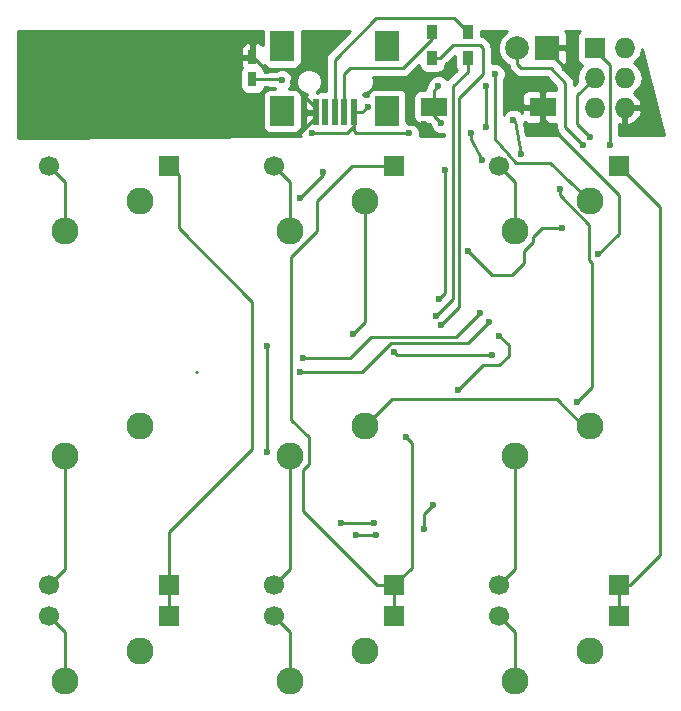
<source format=gbr>
G04 #@! TF.FileFunction,Copper,L1,Top,Signal*
%FSLAX46Y46*%
G04 Gerber Fmt 4.6, Leading zero omitted, Abs format (unit mm)*
G04 Created by KiCad (PCBNEW 4.0.2-stable) date 4/25/2016 1:55:35 PM*
%MOMM*%
G01*
G04 APERTURE LIST*
%ADD10C,0.100000*%
%ADD11C,2.286000*%
%ADD12R,0.500380X2.301240*%
%ADD13R,1.998980X2.499360*%
%ADD14C,1.699260*%
%ADD15R,1.699260X1.699260*%
%ADD16R,2.000000X2.000000*%
%ADD17C,2.000000*%
%ADD18R,0.900000X1.200000*%
%ADD19R,2.180000X1.600000*%
%ADD20R,1.727200X1.727200*%
%ADD21O,1.727200X1.727200*%
%ADD22R,0.750000X1.200000*%
%ADD23C,0.600000*%
%ADD24C,0.250000*%
%ADD25C,0.254000*%
G04 APERTURE END LIST*
D10*
D11*
X72540000Y-113970000D03*
X66190000Y-116510000D03*
D12*
X90600200Y-87449320D03*
X89800100Y-87449320D03*
X89000000Y-87449320D03*
X88199900Y-87449320D03*
X87399800Y-87449320D03*
D13*
X93450080Y-87350260D03*
X93450080Y-81851160D03*
X84549920Y-87350260D03*
X84549920Y-81851160D03*
D14*
X64839480Y-92002540D03*
D15*
X74999480Y-92002540D03*
D14*
X64839480Y-127502540D03*
D15*
X74999480Y-127502540D03*
D14*
X64839480Y-130102540D03*
D15*
X74999480Y-130102540D03*
D14*
X83889480Y-92002540D03*
D15*
X94049480Y-92002540D03*
D14*
X83889480Y-127502540D03*
D15*
X94049480Y-127502540D03*
D14*
X83889480Y-130102540D03*
D15*
X94049480Y-130102540D03*
D14*
X102939480Y-92002540D03*
D15*
X113099480Y-92002540D03*
D14*
X102939480Y-127502540D03*
D15*
X113099480Y-127502540D03*
D14*
X102939480Y-130102540D03*
D15*
X113099480Y-130102540D03*
D16*
X107000000Y-82000000D03*
D17*
X104460000Y-82000000D03*
D18*
X97250000Y-82850000D03*
X97250000Y-80650000D03*
X100250000Y-82850000D03*
X100250000Y-80650000D03*
D11*
X72540000Y-94920000D03*
X66190000Y-97460000D03*
X72540000Y-133020000D03*
X66190000Y-135560000D03*
X91590000Y-94920000D03*
X85240000Y-97460000D03*
X91590000Y-113970000D03*
X85240000Y-116510000D03*
X91590000Y-133020000D03*
X85240000Y-135560000D03*
X110640000Y-94920000D03*
X104290000Y-97460000D03*
X110640000Y-113970000D03*
X104290000Y-116510000D03*
X110640000Y-133020000D03*
X104290000Y-135560000D03*
D19*
X106602430Y-87002320D03*
X97397570Y-86997680D03*
D20*
X111000000Y-82000000D03*
D21*
X113540000Y-82000000D03*
X111000000Y-84540000D03*
X113540000Y-84540000D03*
X111000000Y-87080000D03*
X113540000Y-87080000D03*
D22*
X82030509Y-82769491D03*
X82030509Y-84669491D03*
D23*
X86030509Y-109469491D03*
X102030509Y-105219491D03*
X83280509Y-107219491D03*
X83280509Y-116219491D03*
X90780509Y-123219491D03*
X92530509Y-123219491D03*
X96530509Y-122719491D03*
X97280509Y-120719491D03*
X83280509Y-83969491D03*
X83280509Y-85469491D03*
X102930509Y-106369491D03*
X99430509Y-110969491D03*
X108530509Y-83719491D03*
X107030509Y-85219491D03*
X86780509Y-83219491D03*
X94280509Y-84969491D03*
X96530509Y-88469491D03*
X104030509Y-86469491D03*
X111280509Y-99469491D03*
X86280509Y-108219491D03*
X101280509Y-104469491D03*
X92280509Y-122219491D03*
X89530509Y-122219491D03*
X95030509Y-114969491D03*
X110030509Y-90219491D03*
X98030509Y-105469491D03*
X97530509Y-104719491D03*
X98030509Y-88369491D03*
X104130509Y-88069491D03*
X104730509Y-90969491D03*
X101780509Y-88719491D03*
X101780509Y-85219491D03*
X97780509Y-85219491D03*
X90530509Y-106219491D03*
X102530509Y-84219491D03*
X88030509Y-92469491D03*
X86030509Y-94719491D03*
X97830509Y-103269491D03*
X98330509Y-92369491D03*
X110630509Y-89569491D03*
X112280509Y-90219491D03*
X108280509Y-97219491D03*
X100280509Y-99219491D03*
X84530509Y-84719491D03*
X91780509Y-86969491D03*
X95280509Y-89219491D03*
X100530509Y-89219491D03*
X101430509Y-91469491D03*
X87030509Y-89219491D03*
X94030509Y-107719491D03*
X102280509Y-107969491D03*
X108030509Y-93969491D03*
X109530509Y-111969491D03*
D24*
X77330509Y-109419491D02*
X77280509Y-109469491D01*
X91280509Y-109469491D02*
X86030509Y-109469491D01*
X93780509Y-106969491D02*
X91280509Y-109469491D01*
X100280509Y-106969491D02*
X93780509Y-106969491D01*
X102030509Y-105219491D02*
X100280509Y-106969491D01*
X83280509Y-116219491D02*
X83280509Y-107219491D01*
X92530509Y-123219491D02*
X90780509Y-123219491D01*
X96530509Y-121469491D02*
X96530509Y-122719491D01*
X97280509Y-120719491D02*
X96530509Y-121469491D01*
X87399800Y-87449320D02*
X87399800Y-87850200D01*
X87399800Y-87850200D02*
X86030509Y-89219491D01*
X83280509Y-83969491D02*
X82080509Y-82769491D01*
X82030509Y-86719491D02*
X83280509Y-85469491D01*
X82030509Y-88219491D02*
X82030509Y-86719491D01*
X83030509Y-89219491D02*
X82030509Y-88219491D01*
X86030509Y-89219491D02*
X83030509Y-89219491D01*
X82080509Y-82769491D02*
X82030509Y-82769491D01*
X103730509Y-107169491D02*
X102930509Y-106369491D01*
X103730509Y-108069491D02*
X103730509Y-107169491D01*
X102930509Y-108869491D02*
X103730509Y-108069491D01*
X101530509Y-108869491D02*
X102930509Y-108869491D01*
X99430509Y-110969491D02*
X101530509Y-108869491D01*
X106602430Y-87002320D02*
X106602430Y-85647570D01*
X108530509Y-83719491D02*
X107000000Y-82188982D01*
X106602430Y-85647570D02*
X107030509Y-85219491D01*
X107000000Y-82188982D02*
X107000000Y-82000000D01*
X106602430Y-87002320D02*
X104563338Y-87002320D01*
X85280509Y-84969491D02*
X87399800Y-87088782D01*
X85280509Y-84719491D02*
X85280509Y-84969491D01*
X86780509Y-83219491D02*
X85280509Y-84719491D01*
X95030509Y-85719491D02*
X94280509Y-84969491D01*
X95030509Y-88219491D02*
X95030509Y-85719491D01*
X95280509Y-88469491D02*
X95030509Y-88219491D01*
X96530509Y-88469491D02*
X95280509Y-88469491D01*
X104563338Y-87002320D02*
X104030509Y-86469491D01*
X87399800Y-87088782D02*
X87399800Y-87449320D01*
X106602430Y-87002320D02*
X106602430Y-88041412D01*
X106602430Y-88041412D02*
X113030509Y-94469491D01*
X113030509Y-94469491D02*
X113030509Y-97719491D01*
X113030509Y-97719491D02*
X111280509Y-99469491D01*
X90280509Y-108219491D02*
X86280509Y-108219491D01*
X92030509Y-106469491D02*
X90280509Y-108219491D01*
X99280509Y-106469491D02*
X92030509Y-106469491D01*
X101280509Y-104469491D02*
X99280509Y-106469491D01*
X66190000Y-97460000D02*
X66190000Y-93353060D01*
X66190000Y-93353060D02*
X64839480Y-92002540D01*
X74999480Y-127502540D02*
X74999480Y-123000520D01*
X75780509Y-97219491D02*
X75780509Y-92783569D01*
X82030509Y-103469491D02*
X75780509Y-97219491D01*
X82030509Y-115969491D02*
X82030509Y-103469491D01*
X74999480Y-123000520D02*
X82030509Y-115969491D01*
X75780509Y-92783569D02*
X74999480Y-92002540D01*
X89530509Y-122219491D02*
X92280509Y-122219491D01*
X74999480Y-130102540D02*
X74999480Y-127502540D01*
X66190000Y-116510000D02*
X66190000Y-126152020D01*
X66190000Y-126152020D02*
X64839480Y-127502540D01*
X66190000Y-135560000D02*
X66190000Y-131453060D01*
X66190000Y-131453060D02*
X64839480Y-130102540D01*
X85240000Y-97460000D02*
X85240000Y-93353060D01*
X85240000Y-93353060D02*
X83889480Y-92002540D01*
X95030509Y-114969491D02*
X95530509Y-115469491D01*
X95530509Y-115469491D02*
X95530509Y-126021511D01*
X95530509Y-126021511D02*
X94049480Y-127502540D01*
X94049480Y-127502540D02*
X92563558Y-127502540D01*
X90497460Y-92002540D02*
X94049480Y-92002540D01*
X87530509Y-94969491D02*
X90497460Y-92002540D01*
X87530509Y-97469491D02*
X87530509Y-94969491D01*
X85280509Y-99719491D02*
X87530509Y-97469491D01*
X85280509Y-113469491D02*
X85280509Y-99719491D01*
X86780509Y-114969491D02*
X85280509Y-113469491D01*
X86780509Y-117219491D02*
X86780509Y-114969491D01*
X86280509Y-117719491D02*
X86780509Y-117219491D01*
X86280509Y-121219491D02*
X86280509Y-117719491D01*
X92563558Y-127502540D02*
X86280509Y-121219491D01*
X94049480Y-130102540D02*
X94049480Y-127502540D01*
X85240000Y-116510000D02*
X85240000Y-126152020D01*
X85240000Y-126152020D02*
X83889480Y-127502540D01*
X85240000Y-135560000D02*
X85240000Y-131453060D01*
X85240000Y-131453060D02*
X83889480Y-130102540D01*
X104290000Y-97460000D02*
X104290000Y-93353060D01*
X104290000Y-93353060D02*
X102939480Y-92002540D01*
X113099480Y-127502540D02*
X113997460Y-127502540D01*
X116530509Y-95433569D02*
X113099480Y-92002540D01*
X116530509Y-124969491D02*
X116530509Y-95433569D01*
X113997460Y-127502540D02*
X116530509Y-124969491D01*
X113099480Y-130102540D02*
X113099480Y-127502540D01*
X104290000Y-116510000D02*
X104290000Y-126152020D01*
X104290000Y-126152020D02*
X102939480Y-127502540D01*
X104290000Y-135560000D02*
X104290000Y-131453060D01*
X104290000Y-131453060D02*
X102939480Y-130102540D01*
X104460000Y-83398982D02*
X104460000Y-82000000D01*
X104780509Y-83719491D02*
X104460000Y-83398982D01*
X107280509Y-83719491D02*
X104780509Y-83719491D01*
X108530509Y-84969491D02*
X107280509Y-83719491D01*
X108530509Y-88719491D02*
X108530509Y-84969491D01*
X110030509Y-90219491D02*
X108530509Y-88719491D01*
X97250000Y-80650000D02*
X97250000Y-81250000D01*
X97250000Y-81250000D02*
X94780509Y-83719491D01*
X94780509Y-83719491D02*
X90280509Y-83719491D01*
X90280509Y-83719491D02*
X89800100Y-84199900D01*
X89800100Y-84199900D02*
X89800100Y-87449320D01*
X89000000Y-87449320D02*
X89000000Y-83000000D01*
X99069491Y-79469491D02*
X100250000Y-80650000D01*
X92530509Y-79469491D02*
X99069491Y-79469491D01*
X89000000Y-83000000D02*
X92530509Y-79469491D01*
X97250000Y-82850000D02*
X97900000Y-82850000D01*
X99530509Y-103969491D02*
X98030509Y-105469491D01*
X99530509Y-86219491D02*
X99530509Y-103969491D01*
X101530509Y-84219491D02*
X99530509Y-86219491D01*
X101530509Y-81969491D02*
X101530509Y-84219491D01*
X101280509Y-81719491D02*
X101530509Y-81969491D01*
X99030509Y-81719491D02*
X101280509Y-81719491D01*
X97900000Y-82850000D02*
X99030509Y-81719491D01*
X100250000Y-82850000D02*
X100250000Y-84000000D01*
X99030509Y-103219491D02*
X97530509Y-104719491D01*
X99030509Y-85219491D02*
X99030509Y-103219491D01*
X100250000Y-84000000D02*
X99030509Y-85219491D01*
X104130509Y-88069491D02*
X104230509Y-88169491D01*
X104230509Y-88169491D02*
X104730509Y-90969491D01*
X97397570Y-87736552D02*
X98030509Y-88369491D01*
X101780509Y-85219491D02*
X101780509Y-88719491D01*
X97397570Y-85602430D02*
X97780509Y-85219491D01*
X97397570Y-86997680D02*
X97397570Y-87736552D01*
X97397570Y-86997680D02*
X97397570Y-85602430D01*
X90530509Y-106219491D02*
X91590000Y-105160000D01*
X91590000Y-105160000D02*
X91590000Y-94920000D01*
X107239491Y-91719491D02*
X110640000Y-94920000D01*
X104330509Y-91719491D02*
X107239491Y-91719491D01*
X102530509Y-89719491D02*
X104330509Y-91719491D01*
X102530509Y-84219491D02*
X102530509Y-89719491D01*
X88030509Y-92719491D02*
X88030509Y-92469491D01*
X86030509Y-94719491D02*
X88030509Y-92719491D01*
X110640000Y-113970000D02*
X110031018Y-113970000D01*
X110031018Y-113970000D02*
X107780509Y-111719491D01*
X107780509Y-111719491D02*
X93840509Y-111719491D01*
X93840509Y-111719491D02*
X91590000Y-113970000D01*
X97830509Y-103269491D02*
X98330509Y-102769491D01*
X98330509Y-102769491D02*
X98330509Y-92369491D01*
X110630509Y-89569491D02*
X109530509Y-88469491D01*
X109530509Y-88469491D02*
X109530509Y-86009491D01*
X109530509Y-86009491D02*
X111000000Y-84540000D01*
X111000000Y-82000000D02*
X111000000Y-82188982D01*
X111000000Y-82188982D02*
X112280509Y-83469491D01*
X112280509Y-83469491D02*
X112280509Y-90219491D01*
X108280509Y-97219491D02*
X106530509Y-97219491D01*
X106530509Y-97219491D02*
X105780509Y-97969491D01*
X105780509Y-97969491D02*
X105780509Y-98469491D01*
X105780509Y-98469491D02*
X105030509Y-99219491D01*
X105030509Y-99219491D02*
X105030509Y-100219491D01*
X105030509Y-100219491D02*
X104030509Y-101219491D01*
X104030509Y-101219491D02*
X102280509Y-101219491D01*
X102280509Y-101219491D02*
X100280509Y-99219491D01*
X90600200Y-87449320D02*
X91300680Y-87449320D01*
X84480509Y-84669491D02*
X82030509Y-84669491D01*
X84530509Y-84719491D02*
X84480509Y-84669491D01*
X91300680Y-87449320D02*
X91780509Y-86969491D01*
X90600200Y-89039182D02*
X90600200Y-87449320D01*
X90780509Y-89219491D02*
X90600200Y-89039182D01*
X95280509Y-89219491D02*
X90780509Y-89219491D01*
X100530509Y-89719491D02*
X100530509Y-89219491D01*
X101430509Y-91469491D02*
X100530509Y-89719491D01*
X90600200Y-88649800D02*
X90600200Y-87449320D01*
X90030509Y-89219491D02*
X90600200Y-88649800D01*
X87030509Y-89219491D02*
X90030509Y-89219491D01*
X94030509Y-107719491D02*
X94280509Y-107969491D01*
X94280509Y-107969491D02*
X102280509Y-107969491D01*
X108030509Y-94469491D02*
X108030509Y-93969491D01*
X110530509Y-96969491D02*
X108030509Y-94469491D01*
X110530509Y-99969491D02*
X110530509Y-96969491D01*
X110780509Y-100219491D02*
X110530509Y-99969491D01*
X110780509Y-110719491D02*
X110780509Y-100219491D01*
X109530509Y-111969491D02*
X110780509Y-110719491D01*
D25*
G36*
X82902990Y-80601480D02*
X82902990Y-81768947D01*
X82765208Y-81631164D01*
X82531819Y-81534491D01*
X82316259Y-81534491D01*
X82157509Y-81693241D01*
X82157509Y-82642491D01*
X82177509Y-82642491D01*
X82177509Y-82896491D01*
X82157509Y-82896491D01*
X82157509Y-82916491D01*
X81903509Y-82916491D01*
X81903509Y-82896491D01*
X81179259Y-82896491D01*
X81020509Y-83055241D01*
X81020509Y-83495800D01*
X81117182Y-83729189D01*
X81118552Y-83730559D01*
X81059078Y-83817601D01*
X81008069Y-84069491D01*
X81008069Y-85269491D01*
X81052347Y-85504808D01*
X81191419Y-85720932D01*
X81403619Y-85865922D01*
X81655509Y-85916931D01*
X82405509Y-85916931D01*
X82640826Y-85872653D01*
X82856950Y-85733581D01*
X83001940Y-85521381D01*
X83020548Y-85429491D01*
X83918133Y-85429491D01*
X83941741Y-85453140D01*
X83550430Y-85453140D01*
X83315113Y-85497418D01*
X83098989Y-85636490D01*
X82953999Y-85848690D01*
X82902990Y-86100580D01*
X82902990Y-88599940D01*
X82947268Y-88835257D01*
X83086340Y-89051381D01*
X83298540Y-89196371D01*
X83550430Y-89247380D01*
X85549410Y-89247380D01*
X85784727Y-89203102D01*
X86000851Y-89064030D01*
X86145841Y-88851830D01*
X86196850Y-88599940D01*
X86196850Y-86100580D01*
X86152572Y-85865263D01*
X86013500Y-85649139D01*
X85801300Y-85504149D01*
X85549410Y-85453140D01*
X85119024Y-85453140D01*
X85322701Y-85249818D01*
X85465347Y-84906290D01*
X85465671Y-84534324D01*
X85323626Y-84190548D01*
X85060836Y-83927299D01*
X84717308Y-83784653D01*
X84345342Y-83784329D01*
X84042426Y-83909491D01*
X83022843Y-83909491D01*
X83008671Y-83834174D01*
X82942180Y-83730845D01*
X82943836Y-83729189D01*
X83040509Y-83495800D01*
X83040509Y-83481058D01*
X83086340Y-83552281D01*
X83298540Y-83697271D01*
X83550430Y-83748280D01*
X85549410Y-83748280D01*
X85784727Y-83704002D01*
X86000851Y-83564930D01*
X86145841Y-83352730D01*
X86196850Y-83100840D01*
X86196850Y-80601480D01*
X86195911Y-80596491D01*
X90328707Y-80596491D01*
X88462599Y-82462599D01*
X88297852Y-82709161D01*
X88240000Y-83000000D01*
X88240000Y-85651260D01*
X87949710Y-85651260D01*
X87809816Y-85677583D01*
X87776300Y-85663700D01*
X87683645Y-85663700D01*
X87538845Y-85808500D01*
X87526802Y-85816249D01*
X87526802Y-85663700D01*
X87521308Y-85663700D01*
X87719286Y-85466067D01*
X87884751Y-85067583D01*
X87885128Y-84636110D01*
X87720358Y-84237337D01*
X87415527Y-83931974D01*
X87017043Y-83766509D01*
X86585570Y-83766132D01*
X86186797Y-83930902D01*
X85881434Y-84235733D01*
X85715969Y-84634217D01*
X85715592Y-85065690D01*
X85880362Y-85464463D01*
X86185193Y-85769826D01*
X86583677Y-85935291D01*
X86614967Y-85935318D01*
X86611283Y-85939002D01*
X86514610Y-86172391D01*
X86514610Y-87163570D01*
X86673360Y-87322320D01*
X87274705Y-87322320D01*
X87274705Y-87302320D01*
X87302270Y-87302320D01*
X87302270Y-87596320D01*
X87274705Y-87596320D01*
X87274705Y-87576320D01*
X86673360Y-87576320D01*
X86514610Y-87735070D01*
X86514610Y-88420984D01*
X86501566Y-88426374D01*
X86238317Y-88689164D01*
X86095671Y-89032692D01*
X86095347Y-89404658D01*
X86125322Y-89477203D01*
X62157509Y-89591881D01*
X62157509Y-82043182D01*
X81020509Y-82043182D01*
X81020509Y-82483741D01*
X81179259Y-82642491D01*
X81903509Y-82642491D01*
X81903509Y-81693241D01*
X81744759Y-81534491D01*
X81529199Y-81534491D01*
X81295810Y-81631164D01*
X81117182Y-81809793D01*
X81020509Y-82043182D01*
X62157509Y-82043182D01*
X62157509Y-80596491D01*
X82904000Y-80596491D01*
X82902990Y-80601480D01*
X82902990Y-80601480D01*
G37*
X82902990Y-80601480D02*
X82902990Y-81768947D01*
X82765208Y-81631164D01*
X82531819Y-81534491D01*
X82316259Y-81534491D01*
X82157509Y-81693241D01*
X82157509Y-82642491D01*
X82177509Y-82642491D01*
X82177509Y-82896491D01*
X82157509Y-82896491D01*
X82157509Y-82916491D01*
X81903509Y-82916491D01*
X81903509Y-82896491D01*
X81179259Y-82896491D01*
X81020509Y-83055241D01*
X81020509Y-83495800D01*
X81117182Y-83729189D01*
X81118552Y-83730559D01*
X81059078Y-83817601D01*
X81008069Y-84069491D01*
X81008069Y-85269491D01*
X81052347Y-85504808D01*
X81191419Y-85720932D01*
X81403619Y-85865922D01*
X81655509Y-85916931D01*
X82405509Y-85916931D01*
X82640826Y-85872653D01*
X82856950Y-85733581D01*
X83001940Y-85521381D01*
X83020548Y-85429491D01*
X83918133Y-85429491D01*
X83941741Y-85453140D01*
X83550430Y-85453140D01*
X83315113Y-85497418D01*
X83098989Y-85636490D01*
X82953999Y-85848690D01*
X82902990Y-86100580D01*
X82902990Y-88599940D01*
X82947268Y-88835257D01*
X83086340Y-89051381D01*
X83298540Y-89196371D01*
X83550430Y-89247380D01*
X85549410Y-89247380D01*
X85784727Y-89203102D01*
X86000851Y-89064030D01*
X86145841Y-88851830D01*
X86196850Y-88599940D01*
X86196850Y-86100580D01*
X86152572Y-85865263D01*
X86013500Y-85649139D01*
X85801300Y-85504149D01*
X85549410Y-85453140D01*
X85119024Y-85453140D01*
X85322701Y-85249818D01*
X85465347Y-84906290D01*
X85465671Y-84534324D01*
X85323626Y-84190548D01*
X85060836Y-83927299D01*
X84717308Y-83784653D01*
X84345342Y-83784329D01*
X84042426Y-83909491D01*
X83022843Y-83909491D01*
X83008671Y-83834174D01*
X82942180Y-83730845D01*
X82943836Y-83729189D01*
X83040509Y-83495800D01*
X83040509Y-83481058D01*
X83086340Y-83552281D01*
X83298540Y-83697271D01*
X83550430Y-83748280D01*
X85549410Y-83748280D01*
X85784727Y-83704002D01*
X86000851Y-83564930D01*
X86145841Y-83352730D01*
X86196850Y-83100840D01*
X86196850Y-80601480D01*
X86195911Y-80596491D01*
X90328707Y-80596491D01*
X88462599Y-82462599D01*
X88297852Y-82709161D01*
X88240000Y-83000000D01*
X88240000Y-85651260D01*
X87949710Y-85651260D01*
X87809816Y-85677583D01*
X87776300Y-85663700D01*
X87683645Y-85663700D01*
X87538845Y-85808500D01*
X87526802Y-85816249D01*
X87526802Y-85663700D01*
X87521308Y-85663700D01*
X87719286Y-85466067D01*
X87884751Y-85067583D01*
X87885128Y-84636110D01*
X87720358Y-84237337D01*
X87415527Y-83931974D01*
X87017043Y-83766509D01*
X86585570Y-83766132D01*
X86186797Y-83930902D01*
X85881434Y-84235733D01*
X85715969Y-84634217D01*
X85715592Y-85065690D01*
X85880362Y-85464463D01*
X86185193Y-85769826D01*
X86583677Y-85935291D01*
X86614967Y-85935318D01*
X86611283Y-85939002D01*
X86514610Y-86172391D01*
X86514610Y-87163570D01*
X86673360Y-87322320D01*
X87274705Y-87322320D01*
X87274705Y-87302320D01*
X87302270Y-87302320D01*
X87302270Y-87596320D01*
X87274705Y-87596320D01*
X87274705Y-87576320D01*
X86673360Y-87576320D01*
X86514610Y-87735070D01*
X86514610Y-88420984D01*
X86501566Y-88426374D01*
X86238317Y-88689164D01*
X86095671Y-89032692D01*
X86095347Y-89404658D01*
X86125322Y-89477203D01*
X62157509Y-89591881D01*
X62157509Y-82043182D01*
X81020509Y-82043182D01*
X81020509Y-82483741D01*
X81179259Y-82642491D01*
X81903509Y-82642491D01*
X81903509Y-81693241D01*
X81744759Y-81534491D01*
X81529199Y-81534491D01*
X81295810Y-81631164D01*
X81117182Y-81809793D01*
X81020509Y-82043182D01*
X62157509Y-82043182D01*
X62157509Y-80596491D01*
X82904000Y-80596491D01*
X82902990Y-80601480D01*
G36*
X99152560Y-83450000D02*
X99196838Y-83685317D01*
X99311575Y-83863623D01*
X98529177Y-84646021D01*
X98310836Y-84427299D01*
X97967308Y-84284653D01*
X97595342Y-84284329D01*
X97251566Y-84426374D01*
X96988317Y-84689164D01*
X96845671Y-85032692D01*
X96845624Y-85086797D01*
X96695422Y-85311591D01*
X96647951Y-85550240D01*
X96307570Y-85550240D01*
X96072253Y-85594518D01*
X95856129Y-85733590D01*
X95711139Y-85945790D01*
X95660130Y-86197680D01*
X95660130Y-87797680D01*
X95704408Y-88032997D01*
X95843480Y-88249121D01*
X96055680Y-88394111D01*
X96307570Y-88445120D01*
X97031336Y-88445120D01*
X97095387Y-88509171D01*
X97095347Y-88554658D01*
X97237392Y-88898434D01*
X97500182Y-89161683D01*
X97843710Y-89304329D01*
X98215676Y-89304653D01*
X98270509Y-89281997D01*
X98270509Y-89419092D01*
X96205929Y-89428970D01*
X96215347Y-89406290D01*
X96215671Y-89034324D01*
X96073626Y-88690548D01*
X95810836Y-88427299D01*
X95467308Y-88284653D01*
X95097010Y-88284330D01*
X95097010Y-86100580D01*
X95052732Y-85865263D01*
X94913660Y-85649139D01*
X94701460Y-85504149D01*
X94449570Y-85453140D01*
X92450590Y-85453140D01*
X92215273Y-85497418D01*
X91999149Y-85636490D01*
X91854159Y-85848690D01*
X91816527Y-86034522D01*
X91595342Y-86034329D01*
X91458708Y-86090785D01*
X91453552Y-86063383D01*
X91371345Y-85935630D01*
X91414430Y-85935668D01*
X91813203Y-85770898D01*
X92118566Y-85466067D01*
X92284031Y-85067583D01*
X92284408Y-84636110D01*
X92219694Y-84479491D01*
X94780509Y-84479491D01*
X95071348Y-84421639D01*
X95317910Y-84256892D01*
X96152560Y-83422242D01*
X96152560Y-83450000D01*
X96196838Y-83685317D01*
X96335910Y-83901441D01*
X96548110Y-84046431D01*
X96800000Y-84097440D01*
X97700000Y-84097440D01*
X97935317Y-84053162D01*
X98151441Y-83914090D01*
X98296431Y-83701890D01*
X98347440Y-83450000D01*
X98347440Y-83447511D01*
X98437401Y-83387401D01*
X99152560Y-82672242D01*
X99152560Y-83450000D01*
X99152560Y-83450000D01*
G37*
X99152560Y-83450000D02*
X99196838Y-83685317D01*
X99311575Y-83863623D01*
X98529177Y-84646021D01*
X98310836Y-84427299D01*
X97967308Y-84284653D01*
X97595342Y-84284329D01*
X97251566Y-84426374D01*
X96988317Y-84689164D01*
X96845671Y-85032692D01*
X96845624Y-85086797D01*
X96695422Y-85311591D01*
X96647951Y-85550240D01*
X96307570Y-85550240D01*
X96072253Y-85594518D01*
X95856129Y-85733590D01*
X95711139Y-85945790D01*
X95660130Y-86197680D01*
X95660130Y-87797680D01*
X95704408Y-88032997D01*
X95843480Y-88249121D01*
X96055680Y-88394111D01*
X96307570Y-88445120D01*
X97031336Y-88445120D01*
X97095387Y-88509171D01*
X97095347Y-88554658D01*
X97237392Y-88898434D01*
X97500182Y-89161683D01*
X97843710Y-89304329D01*
X98215676Y-89304653D01*
X98270509Y-89281997D01*
X98270509Y-89419092D01*
X96205929Y-89428970D01*
X96215347Y-89406290D01*
X96215671Y-89034324D01*
X96073626Y-88690548D01*
X95810836Y-88427299D01*
X95467308Y-88284653D01*
X95097010Y-88284330D01*
X95097010Y-86100580D01*
X95052732Y-85865263D01*
X94913660Y-85649139D01*
X94701460Y-85504149D01*
X94449570Y-85453140D01*
X92450590Y-85453140D01*
X92215273Y-85497418D01*
X91999149Y-85636490D01*
X91854159Y-85848690D01*
X91816527Y-86034522D01*
X91595342Y-86034329D01*
X91458708Y-86090785D01*
X91453552Y-86063383D01*
X91371345Y-85935630D01*
X91414430Y-85935668D01*
X91813203Y-85770898D01*
X92118566Y-85466067D01*
X92284031Y-85067583D01*
X92284408Y-84636110D01*
X92219694Y-84479491D01*
X94780509Y-84479491D01*
X95071348Y-84421639D01*
X95317910Y-84256892D01*
X96152560Y-83422242D01*
X96152560Y-83450000D01*
X96196838Y-83685317D01*
X96335910Y-83901441D01*
X96548110Y-84046431D01*
X96800000Y-84097440D01*
X97700000Y-84097440D01*
X97935317Y-84053162D01*
X98151441Y-83914090D01*
X98296431Y-83701890D01*
X98347440Y-83450000D01*
X98347440Y-83447511D01*
X98437401Y-83387401D01*
X99152560Y-82672242D01*
X99152560Y-83450000D01*
G36*
X103535057Y-80613106D02*
X103074722Y-81072637D01*
X102825284Y-81673352D01*
X102824716Y-82323795D01*
X103073106Y-82924943D01*
X103532637Y-83385278D01*
X103712097Y-83459796D01*
X103757852Y-83689821D01*
X103922599Y-83936383D01*
X104243108Y-84256892D01*
X104489669Y-84421639D01*
X104780509Y-84479491D01*
X106965707Y-84479491D01*
X107770509Y-85284293D01*
X107770509Y-85567320D01*
X106888180Y-85567320D01*
X106729430Y-85726070D01*
X106729430Y-86875320D01*
X106749430Y-86875320D01*
X106749430Y-87129320D01*
X106729430Y-87129320D01*
X106729430Y-88278570D01*
X106888180Y-88437320D01*
X107770509Y-88437320D01*
X107770509Y-88719491D01*
X107828361Y-89010330D01*
X107993108Y-89256892D01*
X108108237Y-89372021D01*
X105219737Y-89385842D01*
X105032260Y-88335972D01*
X105065347Y-88256290D01*
X105065350Y-88253265D01*
X105152732Y-88340647D01*
X105386121Y-88437320D01*
X106316680Y-88437320D01*
X106475430Y-88278570D01*
X106475430Y-87129320D01*
X105036180Y-87129320D01*
X104877430Y-87288070D01*
X104877430Y-87494271D01*
X104660836Y-87277299D01*
X104317308Y-87134653D01*
X103945342Y-87134329D01*
X103601566Y-87276374D01*
X103338317Y-87539164D01*
X103290509Y-87654298D01*
X103290509Y-86076010D01*
X104877430Y-86076010D01*
X104877430Y-86716570D01*
X105036180Y-86875320D01*
X106475430Y-86875320D01*
X106475430Y-85726070D01*
X106316680Y-85567320D01*
X105386121Y-85567320D01*
X105152732Y-85663993D01*
X104974103Y-85842621D01*
X104877430Y-86076010D01*
X103290509Y-86076010D01*
X103290509Y-84781954D01*
X103322701Y-84749818D01*
X103465347Y-84406290D01*
X103465671Y-84034324D01*
X103323626Y-83690548D01*
X103060836Y-83427299D01*
X102717308Y-83284653D01*
X102345342Y-83284329D01*
X102290509Y-83306985D01*
X102290509Y-81969491D01*
X102266031Y-81846431D01*
X102232657Y-81678651D01*
X102067910Y-81432090D01*
X101817910Y-81182090D01*
X101571348Y-81017343D01*
X101347440Y-80972805D01*
X101347440Y-80596491D01*
X103575268Y-80596491D01*
X103535057Y-80613106D01*
X103535057Y-80613106D01*
G37*
X103535057Y-80613106D02*
X103074722Y-81072637D01*
X102825284Y-81673352D01*
X102824716Y-82323795D01*
X103073106Y-82924943D01*
X103532637Y-83385278D01*
X103712097Y-83459796D01*
X103757852Y-83689821D01*
X103922599Y-83936383D01*
X104243108Y-84256892D01*
X104489669Y-84421639D01*
X104780509Y-84479491D01*
X106965707Y-84479491D01*
X107770509Y-85284293D01*
X107770509Y-85567320D01*
X106888180Y-85567320D01*
X106729430Y-85726070D01*
X106729430Y-86875320D01*
X106749430Y-86875320D01*
X106749430Y-87129320D01*
X106729430Y-87129320D01*
X106729430Y-88278570D01*
X106888180Y-88437320D01*
X107770509Y-88437320D01*
X107770509Y-88719491D01*
X107828361Y-89010330D01*
X107993108Y-89256892D01*
X108108237Y-89372021D01*
X105219737Y-89385842D01*
X105032260Y-88335972D01*
X105065347Y-88256290D01*
X105065350Y-88253265D01*
X105152732Y-88340647D01*
X105386121Y-88437320D01*
X106316680Y-88437320D01*
X106475430Y-88278570D01*
X106475430Y-87129320D01*
X105036180Y-87129320D01*
X104877430Y-87288070D01*
X104877430Y-87494271D01*
X104660836Y-87277299D01*
X104317308Y-87134653D01*
X103945342Y-87134329D01*
X103601566Y-87276374D01*
X103338317Y-87539164D01*
X103290509Y-87654298D01*
X103290509Y-86076010D01*
X104877430Y-86076010D01*
X104877430Y-86716570D01*
X105036180Y-86875320D01*
X106475430Y-86875320D01*
X106475430Y-85726070D01*
X106316680Y-85567320D01*
X105386121Y-85567320D01*
X105152732Y-85663993D01*
X104974103Y-85842621D01*
X104877430Y-86076010D01*
X103290509Y-86076010D01*
X103290509Y-84781954D01*
X103322701Y-84749818D01*
X103465347Y-84406290D01*
X103465671Y-84034324D01*
X103323626Y-83690548D01*
X103060836Y-83427299D01*
X102717308Y-83284653D01*
X102345342Y-83284329D01*
X102290509Y-83306985D01*
X102290509Y-81969491D01*
X102266031Y-81846431D01*
X102232657Y-81678651D01*
X102067910Y-81432090D01*
X101817910Y-81182090D01*
X101571348Y-81017343D01*
X101347440Y-80972805D01*
X101347440Y-80596491D01*
X103575268Y-80596491D01*
X103535057Y-80613106D01*
G36*
X116867850Y-89342491D02*
X114280509Y-89342491D01*
X114279901Y-89342492D01*
X113040509Y-89348422D01*
X113040509Y-88469136D01*
X113180973Y-88534968D01*
X113413000Y-88414469D01*
X113413000Y-87207000D01*
X113667000Y-87207000D01*
X113667000Y-88414469D01*
X113899027Y-88534968D01*
X114428490Y-88286821D01*
X114822688Y-87854947D01*
X114994958Y-87439026D01*
X114873817Y-87207000D01*
X113667000Y-87207000D01*
X113413000Y-87207000D01*
X113393000Y-87207000D01*
X113393000Y-86953000D01*
X113413000Y-86953000D01*
X113413000Y-86933000D01*
X113667000Y-86933000D01*
X113667000Y-86953000D01*
X114873817Y-86953000D01*
X114994958Y-86720974D01*
X114822688Y-86305053D01*
X114428490Y-85873179D01*
X114305772Y-85815664D01*
X114629029Y-85599670D01*
X114953885Y-85113489D01*
X115067959Y-84540000D01*
X114953885Y-83966511D01*
X114629029Y-83480330D01*
X114314248Y-83270000D01*
X114629029Y-83059670D01*
X114953885Y-82573489D01*
X115052126Y-82079596D01*
X116867850Y-89342491D01*
X116867850Y-89342491D01*
G37*
X116867850Y-89342491D02*
X114280509Y-89342491D01*
X114279901Y-89342492D01*
X113040509Y-89348422D01*
X113040509Y-88469136D01*
X113180973Y-88534968D01*
X113413000Y-88414469D01*
X113413000Y-87207000D01*
X113667000Y-87207000D01*
X113667000Y-88414469D01*
X113899027Y-88534968D01*
X114428490Y-88286821D01*
X114822688Y-87854947D01*
X114994958Y-87439026D01*
X114873817Y-87207000D01*
X113667000Y-87207000D01*
X113413000Y-87207000D01*
X113393000Y-87207000D01*
X113393000Y-86953000D01*
X113413000Y-86953000D01*
X113413000Y-86933000D01*
X113667000Y-86933000D01*
X113667000Y-86953000D01*
X114873817Y-86953000D01*
X114994958Y-86720974D01*
X114822688Y-86305053D01*
X114428490Y-85873179D01*
X114305772Y-85815664D01*
X114629029Y-85599670D01*
X114953885Y-85113489D01*
X115067959Y-84540000D01*
X114953885Y-83966511D01*
X114629029Y-83480330D01*
X114314248Y-83270000D01*
X114629029Y-83059670D01*
X114953885Y-82573489D01*
X115052126Y-82079596D01*
X116867850Y-89342491D01*
G36*
X109684959Y-80672310D02*
X109539969Y-80884510D01*
X109488960Y-81136400D01*
X109488960Y-82863600D01*
X109533238Y-83098917D01*
X109672310Y-83315041D01*
X109884510Y-83460031D01*
X109928131Y-83468864D01*
X109910971Y-83480330D01*
X109586115Y-83966511D01*
X109472041Y-84540000D01*
X109547225Y-84917973D01*
X109290509Y-85174689D01*
X109290509Y-84969491D01*
X109232657Y-84678652D01*
X109067910Y-84432090D01*
X108228494Y-83592674D01*
X108359699Y-83538327D01*
X108538327Y-83359698D01*
X108635000Y-83126309D01*
X108635000Y-82285750D01*
X108476250Y-82127000D01*
X107127000Y-82127000D01*
X107127000Y-82147000D01*
X106873000Y-82147000D01*
X106873000Y-82127000D01*
X106853000Y-82127000D01*
X106853000Y-81873000D01*
X106873000Y-81873000D01*
X106873000Y-81853000D01*
X107127000Y-81853000D01*
X107127000Y-81873000D01*
X108476250Y-81873000D01*
X108635000Y-81714250D01*
X108635000Y-80873691D01*
X108538327Y-80640302D01*
X108494516Y-80596491D01*
X109802785Y-80596491D01*
X109684959Y-80672310D01*
X109684959Y-80672310D01*
G37*
X109684959Y-80672310D02*
X109539969Y-80884510D01*
X109488960Y-81136400D01*
X109488960Y-82863600D01*
X109533238Y-83098917D01*
X109672310Y-83315041D01*
X109884510Y-83460031D01*
X109928131Y-83468864D01*
X109910971Y-83480330D01*
X109586115Y-83966511D01*
X109472041Y-84540000D01*
X109547225Y-84917973D01*
X109290509Y-85174689D01*
X109290509Y-84969491D01*
X109232657Y-84678652D01*
X109067910Y-84432090D01*
X108228494Y-83592674D01*
X108359699Y-83538327D01*
X108538327Y-83359698D01*
X108635000Y-83126309D01*
X108635000Y-82285750D01*
X108476250Y-82127000D01*
X107127000Y-82127000D01*
X107127000Y-82147000D01*
X106873000Y-82147000D01*
X106873000Y-82127000D01*
X106853000Y-82127000D01*
X106853000Y-81873000D01*
X106873000Y-81873000D01*
X106873000Y-81853000D01*
X107127000Y-81853000D01*
X107127000Y-81873000D01*
X108476250Y-81873000D01*
X108635000Y-81714250D01*
X108635000Y-80873691D01*
X108538327Y-80640302D01*
X108494516Y-80596491D01*
X109802785Y-80596491D01*
X109684959Y-80672310D01*
M02*

</source>
